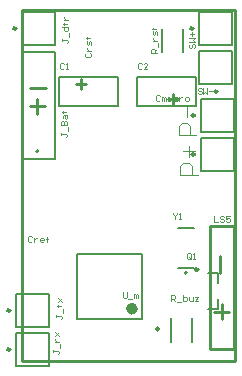
<source format=gbr>
%TF.GenerationSoftware,Altium Limited,Altium Designer,22.2.1 (43)*%
G04 Layer_Color=65535*
%FSLAX45Y45*%
%MOMM*%
%TF.SameCoordinates,D68F7B63-5BB6-472D-936E-BE577255EEBD*%
%TF.FilePolarity,Positive*%
%TF.FileFunction,Legend,Top*%
%TF.Part,Single*%
G01*
G75*
%TA.AperFunction,NonConductor*%
%ADD28C,0.12700*%
%ADD29C,0.25400*%
%ADD30C,0.10000*%
%ADD41C,0.25000*%
%ADD42C,0.20000*%
%ADD43C,0.50000*%
D28*
X9199880Y7879080D02*
Y8122920D01*
X8707120D02*
X9199880D01*
X8707120Y7879080D02*
Y8122920D01*
Y7879080D02*
X9199880D01*
X8046720D02*
Y8122920D01*
Y7879080D02*
X8539480D01*
Y8122920D01*
X8046720D02*
X8539480D01*
X8915298Y8332800D02*
Y8532800D01*
X9093302Y8332800D02*
Y8532800D01*
X7734300Y7424796D02*
Y8331200D01*
Y7424796D02*
X8013700D01*
Y8331200D01*
X7734300D02*
X8013700D01*
X9053601Y6846499D02*
X9183599D01*
X9053601Y6502502D02*
X9183599D01*
X9169502Y5881700D02*
Y6081700D01*
X8991498Y5881700D02*
Y6081700D01*
D29*
X7734300Y5715000D02*
Y8686800D01*
X7797800Y7874000D02*
X7924800D01*
X7861300Y7810500D02*
Y7937500D01*
X7797800Y8026400D02*
X7937500D01*
X7734300Y8686800D02*
X9534301D01*
X9359900Y6134100D02*
X9486900D01*
X9423400Y6070600D02*
Y6197600D01*
X9410700Y6464300D02*
Y6604000D01*
X9321800Y5816600D02*
X9525000D01*
Y6858000D01*
X9321800D02*
X9525000D01*
X9321800Y5816600D02*
Y6858000D01*
X9534301Y5715000D02*
Y8686800D01*
X7734300Y5715000D02*
X9534301D01*
X9055129Y7937502D02*
X8970465D01*
X9012797Y7895170D02*
Y7979834D01*
X8191471Y8064498D02*
X8276135D01*
X8233803Y8106830D02*
Y8022166D01*
D30*
X9006840Y6974024D02*
Y6965693D01*
X9023501Y6949032D01*
X9040163Y6965693D01*
Y6974024D01*
X9023501Y6949032D02*
Y6924040D01*
X9056824D02*
X9073485D01*
X9065154D01*
Y6974024D01*
X9056824Y6965693D01*
X8582055Y6302957D02*
Y6261304D01*
X8590386Y6252974D01*
X8607047D01*
X8615378Y6261304D01*
Y6302957D01*
X8632039Y6244643D02*
X8665361D01*
X8682023Y6252974D02*
Y6286296D01*
X8690353D01*
X8698684Y6277965D01*
Y6252974D01*
Y6277965D01*
X8707014Y6286296D01*
X8715345Y6277965D01*
Y6252974D01*
X9250378Y8017661D02*
X9242047Y8025992D01*
X9225386D01*
X9217055Y8017661D01*
Y8009331D01*
X9225386Y8001000D01*
X9242047D01*
X9250378Y7992669D01*
Y7984339D01*
X9242047Y7976008D01*
X9225386D01*
X9217055Y7984339D01*
X9267039Y8025992D02*
Y7976008D01*
X9283700Y7992669D01*
X9300361Y7976008D01*
Y8025992D01*
X9317023Y8001000D02*
X9350345D01*
X9152738Y8399477D02*
X9144408Y8391147D01*
Y8374486D01*
X9152738Y8366155D01*
X9161069D01*
X9169400Y8374486D01*
Y8391147D01*
X9177730Y8399477D01*
X9186061D01*
X9194392Y8391147D01*
Y8374486D01*
X9186061Y8366155D01*
X9144408Y8416139D02*
X9194392D01*
X9177730Y8432800D01*
X9194392Y8449461D01*
X9144408D01*
X9169400Y8466122D02*
Y8499445D01*
X9152738Y8482783D02*
X9186061D01*
X8872726Y8324502D02*
X8822743D01*
Y8349494D01*
X8831073Y8357825D01*
X8847735D01*
X8856065Y8349494D01*
Y8324502D01*
Y8341163D02*
X8872726Y8357825D01*
X8881057Y8374486D02*
Y8407808D01*
X8839404Y8424470D02*
X8872726D01*
X8856065D01*
X8847735Y8432800D01*
X8839404Y8441131D01*
Y8449461D01*
X8872726Y8474453D02*
Y8499445D01*
X8864396Y8507776D01*
X8856065Y8499445D01*
Y8482784D01*
X8847735Y8474453D01*
X8839404Y8482784D01*
Y8507776D01*
X8831073Y8532768D02*
X8839404D01*
Y8524437D01*
Y8541098D01*
Y8532768D01*
X8864396D01*
X8872726Y8541098D01*
X8991600Y6223000D02*
Y6272984D01*
X9016592D01*
X9024923Y6264653D01*
Y6247992D01*
X9016592Y6239661D01*
X8991600D01*
X9008261D02*
X9024923Y6223000D01*
X9041584Y6214669D02*
X9074906D01*
X9091567Y6272984D02*
Y6223000D01*
X9116559D01*
X9124890Y6231331D01*
Y6239661D01*
Y6247992D01*
X9116559Y6256323D01*
X9091567D01*
X9141551D02*
Y6231331D01*
X9149882Y6223000D01*
X9174873D01*
Y6256323D01*
X9191535D02*
X9224857D01*
X9191535Y6223000D01*
X9224857D01*
X9164623Y6586931D02*
Y6620253D01*
X9156292Y6628584D01*
X9139631D01*
X9131300Y6620253D01*
Y6586931D01*
X9139631Y6578600D01*
X9156292D01*
X9147961Y6595261D02*
X9164623Y6578600D01*
X9156292D02*
X9164623Y6586931D01*
X9181284Y6578600D02*
X9197945D01*
X9189614D01*
Y6628584D01*
X9181284Y6620253D01*
X9206276Y7634741D02*
X9056324D01*
Y7709716D01*
X9081316Y7734708D01*
X9131300D01*
X9156292Y7709716D01*
Y7634741D01*
X9131300Y7784692D02*
Y7884660D01*
X9218976Y7291841D02*
X9069024D01*
Y7366816D01*
X9094016Y7391808D01*
X9144000D01*
X9168992Y7366816D01*
Y7291841D01*
X9144000Y7441792D02*
Y7541760D01*
X9094016Y7491776D02*
X9193984D01*
X9356755Y6946492D02*
Y6896508D01*
X9390078D01*
X9440061Y6938161D02*
X9431731Y6946492D01*
X9415070D01*
X9406739Y6938161D01*
Y6929831D01*
X9415070Y6921500D01*
X9431731D01*
X9440061Y6913169D01*
Y6904839D01*
X9431731Y6896508D01*
X9415070D01*
X9406739Y6904839D01*
X9490045Y6946492D02*
X9456723D01*
Y6921500D01*
X9473384Y6929831D01*
X9481714D01*
X9490045Y6921500D01*
Y6904839D01*
X9481714Y6896508D01*
X9465053D01*
X9456723Y6904839D01*
X8022643Y6105351D02*
Y6088690D01*
Y6097020D01*
X8064296D01*
X8072626Y6088690D01*
Y6080359D01*
X8064296Y6072028D01*
X8080957Y6122012D02*
Y6155335D01*
X8030973Y6180326D02*
X8039304D01*
Y6171996D01*
Y6188657D01*
Y6180326D01*
X8064296D01*
X8072626Y6188657D01*
X8039304Y6213649D02*
X8072626Y6246972D01*
X8055965Y6230310D01*
X8039304Y6246972D01*
X8072626Y6213649D01*
X7997243Y5809086D02*
Y5792425D01*
Y5800755D01*
X8038896D01*
X8047226Y5792425D01*
Y5784094D01*
X8038896Y5775763D01*
X8055557Y5825747D02*
Y5859070D01*
X8013904Y5875731D02*
X8047226D01*
X8030565D01*
X8022235Y5884061D01*
X8013904Y5892392D01*
Y5900723D01*
Y5925714D02*
X8047226Y5959037D01*
X8030565Y5942375D01*
X8013904Y5959037D01*
X8047226Y5925714D01*
X8073443Y8446725D02*
Y8430063D01*
Y8438394D01*
X8115096D01*
X8123426Y8430063D01*
Y8421733D01*
X8115096Y8413402D01*
X8131757Y8463386D02*
Y8496708D01*
X8073443Y8546692D02*
X8123426D01*
Y8521700D01*
X8115096Y8513369D01*
X8098435D01*
X8090104Y8521700D01*
Y8546692D01*
X8081773Y8571684D02*
X8090104D01*
Y8563353D01*
Y8580014D01*
Y8571684D01*
X8115096D01*
X8123426Y8580014D01*
X8090104Y8605006D02*
X8123426D01*
X8106765D01*
X8098435Y8613337D01*
X8090104Y8621667D01*
Y8629998D01*
X8060743Y7650625D02*
Y7633963D01*
Y7642294D01*
X8102396D01*
X8110726Y7633963D01*
Y7625633D01*
X8102396Y7617302D01*
X8119057Y7667286D02*
Y7700608D01*
X8060743Y7717270D02*
X8110726D01*
Y7742261D01*
X8102396Y7750592D01*
X8094065D01*
X8085735Y7742261D01*
Y7717270D01*
Y7742261D01*
X8077404Y7750592D01*
X8069073D01*
X8060743Y7742261D01*
Y7717270D01*
X8077404Y7775584D02*
Y7792245D01*
X8085735Y7800576D01*
X8110726D01*
Y7775584D01*
X8102396Y7767253D01*
X8094065Y7775584D01*
Y7800576D01*
X8069073Y7825568D02*
X8077404D01*
Y7817237D01*
Y7833898D01*
Y7825568D01*
X8102396D01*
X8110726Y7833898D01*
X8271767Y8326423D02*
X8263436Y8318092D01*
Y8301431D01*
X8271767Y8293100D01*
X8305089D01*
X8313420Y8301431D01*
Y8318092D01*
X8305089Y8326423D01*
X8280097Y8343084D02*
X8313420D01*
X8296759D01*
X8288428Y8351414D01*
X8280097Y8359745D01*
Y8368075D01*
X8313420Y8393067D02*
Y8418059D01*
X8305089Y8426390D01*
X8296759Y8418059D01*
Y8401398D01*
X8288428Y8393067D01*
X8280097Y8401398D01*
Y8426390D01*
X8271767Y8451382D02*
X8280097D01*
Y8443051D01*
Y8459712D01*
Y8451382D01*
X8305089D01*
X8313420Y8459712D01*
X7815883Y6765033D02*
X7807552Y6773364D01*
X7790891D01*
X7782560Y6765033D01*
Y6731711D01*
X7790891Y6723380D01*
X7807552D01*
X7815883Y6731711D01*
X7832544Y6756703D02*
Y6723380D01*
Y6740041D01*
X7840874Y6748372D01*
X7849205Y6756703D01*
X7857535D01*
X7907519Y6723380D02*
X7890858D01*
X7882527Y6731711D01*
Y6748372D01*
X7890858Y6756703D01*
X7907519D01*
X7915850Y6748372D01*
Y6740041D01*
X7882527D01*
X7940842Y6723380D02*
Y6765033D01*
Y6748372D01*
X7932511D01*
X7949172D01*
X7940842D01*
Y6765033D01*
X7949172Y6773364D01*
X8900463Y7963913D02*
X8892132Y7972244D01*
X8875471D01*
X8867140Y7963913D01*
Y7930591D01*
X8875471Y7922260D01*
X8892132D01*
X8900463Y7930591D01*
X8917124Y7922260D02*
Y7955583D01*
X8925454D01*
X8933785Y7947252D01*
Y7922260D01*
Y7947252D01*
X8942115Y7955583D01*
X8950446Y7947252D01*
Y7922260D01*
X8967107D02*
X8983768D01*
X8975438D01*
Y7955583D01*
X8967107D01*
X9042083D02*
X9017091D01*
X9008760Y7947252D01*
Y7930591D01*
X9017091Y7922260D01*
X9042083D01*
X9058744Y7955583D02*
Y7922260D01*
Y7938921D01*
X9067075Y7947252D01*
X9075405Y7955583D01*
X9083736D01*
X9117058Y7922260D02*
X9133720D01*
X9142050Y7930591D01*
Y7947252D01*
X9133720Y7955583D01*
X9117058D01*
X9108728Y7947252D01*
Y7930591D01*
X9117058Y7922260D01*
X8742983Y8230613D02*
X8734652Y8238944D01*
X8717991D01*
X8709660Y8230613D01*
Y8197291D01*
X8717991Y8188960D01*
X8734652D01*
X8742983Y8197291D01*
X8792966Y8188960D02*
X8759644D01*
X8792966Y8222283D01*
Y8230613D01*
X8784635Y8238944D01*
X8767974D01*
X8759644Y8230613D01*
X8082583Y8235693D02*
X8074252Y8244024D01*
X8057591D01*
X8049260Y8235693D01*
Y8202371D01*
X8057591Y8194040D01*
X8074252D01*
X8082583Y8202371D01*
X8099244Y8194040D02*
X8115905D01*
X8107574D01*
Y8244024D01*
X8099244Y8235693D01*
D41*
X7630700Y6146800D02*
G03*
X7630700Y6146800I-12500J0D01*
G01*
X7681500Y8534400D02*
G03*
X7681500Y8534400I-12500J0D01*
G01*
X7630700Y5816600D02*
G03*
X7630700Y5816600I-12500J0D01*
G01*
X9192800Y7797800D02*
G03*
X9192800Y7797800I-12500J0D01*
G01*
Y7467600D02*
G03*
X9192800Y7467600I-12500J0D01*
G01*
X9180100Y8534400D02*
G03*
X9180100Y8534400I-12500J0D01*
G01*
X9385100Y7999200D02*
G03*
X9385100Y7999200I-12500J0D01*
G01*
X8890948Y5990000D02*
G03*
X8890948Y5990000I-12500J0D01*
G01*
X9221800Y6491900D02*
G03*
X9221800Y6491900I-12500J0D01*
G01*
D42*
X7871300Y7493000D02*
G03*
X7871300Y7493000I-10000J0D01*
G01*
X9128600Y6464500D02*
G03*
X9128600Y6464500I-10000J0D01*
G01*
X7683200Y6006800D02*
Y6286800D01*
X7963200D01*
Y6006800D02*
Y6286800D01*
X7683200Y6006800D02*
X7963200D01*
X7734000Y8394400D02*
Y8674400D01*
X8014000D01*
Y8394400D02*
Y8674400D01*
X7734000Y8394400D02*
X8014000D01*
X7683200Y5676600D02*
Y5956600D01*
X7963200D01*
Y5676600D02*
Y5956600D01*
X7683200Y5676600D02*
X7963200D01*
X9245300Y7657800D02*
Y7937800D01*
X9525300D01*
Y7657800D02*
Y7937800D01*
X9245300Y7657800D02*
X9525300D01*
X9245300Y7327600D02*
Y7607600D01*
X9525300D01*
Y7327600D02*
Y7607600D01*
X9245300Y7327600D02*
X9525300D01*
X9232600Y8394400D02*
Y8674400D01*
X9512600D01*
Y8394400D02*
Y8674400D01*
X9232600Y8394400D02*
X9512600D01*
X9232600Y8064200D02*
X9512600D01*
X9232600D02*
Y8344200D01*
X9512600D01*
Y8064200D02*
Y8344200D01*
X8195899Y6074999D02*
X8745901D01*
X8195899D02*
Y6625001D01*
X8745901D01*
Y6074999D02*
Y6625001D01*
X9301800Y6461902D02*
X9391802D01*
Y6381902D02*
Y6461902D01*
X9301800Y6161898D02*
X9391802D01*
Y6241903D01*
D43*
X8685900Y6160000D02*
G03*
X8685900Y6160000I-25000J0D01*
G01*
%TF.MD5,b922ca46d34b5e65df51413131ae299e*%
M02*

</source>
